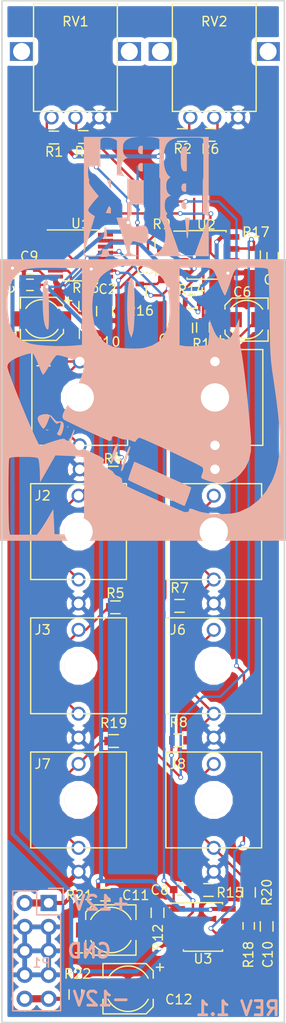
<source format=kicad_pcb>
(kicad_pcb (version 4) (host pcbnew 4.0.5+dfsg1-4)
  (title_block (title "DBL BLK VCA") (rev 1.0) (company "MODULAR DYNAMIX"))
  (layers (0 F.Cu signal) (31 B.Cu signal) (34 B.Paste user) (35 F.Paste user) (36 B.SilkS user hide) (37 F.SilkS user) (38 B.Mask user) (39 F.Mask user) (44 Edge.Cuts user))
  (net 0 "")
  (net 1 "Net-(C1-Pad1)")
  (net 2 "Net-(C1-Pad2)")
  (net 3 "Net-(C2-Pad1)")
  (net 4 GND)
  (net 5 VCC)
  (net 6 "Net-(C5-Pad1)")
  (net 7 "Net-(C5-Pad2)")
  (net 8 "Net-(C6-Pad1)")
  (net 9 "Net-(C6-Pad2)")
  (net 10 "Net-(C7-Pad2)")
  (net 11 VEE)
  (net 12 "Net-(C10-Pad1)")
  (net 13 "Net-(C10-Pad2)")
  (net 14 "Net-(C12-Pad2)")
  (net 15 "Net-(R1-Pad2)")
  (net 16 "Net-(R2-Pad1)")
  (net 17 "Net-(R3-Pad1)")
  (net 18 "Net-(R3-Pad2)")
  (net 19 "Net-(R12-Pad2)")
  (net 20 "Net-(R6-Pad2)")
  (net 21 "Net-(C3-Pad2)")
  (net 22 "Net-(R10-Pad1)")
  (net 23 "Net-(R11-Pad1)")
  (net 24 "Net-(C8-Pad2)")
  (net 25 "Net-(C8-Pad1)")
  (net 26 "Net-(C3-Pad1)")
  (net 27 "Net-(U1-Pad3)")
  (net 28 "Net-(U1-Pad14)")
  (net 29 "Net-(J2-Pad2)")
  (net 30 "Net-(J3-Pad2)")
  (net 31 "Net-(J5-Pad2)")
  (net 32 "Net-(J6-Pad2)")
  (net 33 "Net-(J7-Pad2)")
  (net 34 "Net-(J8-Pad2)")
  (net 35 "Net-(C11-Pad1)")
  (module Capacitors_SMD:C_0805 (layer F.Cu) (at 143.8656 80.772 270)
    (fp_text reference C2 (at -2.3368 -0.3048 360) (layer F.SilkS))
    (fp_text value 100pf)
    (pad 1 smd rect (at -1 0 270) (size 1 1.25) (layers F.Cu F.Paste F.Mask) (net 3 "Net-(C2-Pad1)"))
    (pad 2 smd rect (at 1 0 270) (size 1 1.25) (layers F.Cu F.Paste F.Mask) (net 4 GND))
  )
  (module Capacitors_SMD:C_0603 (layer F.Cu) (at 135.9408 77.978)
    (fp_text reference C4 (at -2.16 0.02 90) (layer F.SilkS))
    (fp_text value C_Small hide)
    (pad 1 smd rect (at -0.75 0) (size 0.8 0.75) (layers F.Cu F.Paste F.Mask) (net 4 GND))
    (pad 2 smd rect (at 0.75 0) (size 0.8 0.75) (layers F.Cu F.Paste F.Mask) (net 5 VCC))
  )
  (module Capacitors_SMD:C_0805 (layer F.Cu) (at 152.3492 82.55 90)
    (fp_text reference C7 (at -1.1938 -1.8034 180) (layer F.SilkS))
    (fp_text value 100pf)
    (pad 1 smd rect (at -1 0 90) (size 1 1.25) (layers F.Cu F.Paste F.Mask) (net 4 GND))
    (pad 2 smd rect (at 1 0 90) (size 1 1.25) (layers F.Cu F.Paste F.Mask) (net 10 "Net-(C7-Pad2)"))
  )
  (module Capacitors_SMD:C_0603 (layer F.Cu) (at 135.9154 76.2254 180)
    (fp_text reference C9 (at 0.0508 1.27 360) (layer F.SilkS))
    (fp_text value C_Small hide)
    (pad 1 smd rect (at -0.75 0 180) (size 0.8 0.75) (layers F.Cu F.Paste F.Mask) (net 4 GND))
    (pad 2 smd rect (at 0.75 0 180) (size 0.8 0.75) (layers F.Cu F.Paste F.Mask) (net 11 VEE))
  )
  (module Capacitors_SMD:c_elec_5x5.8 (layer F.Cu) (at 144.526 146.3802)
    (fp_text reference C11 (at 2.6416 -3.683) (layer F.SilkS))
    (fp_text value 22uf)
    (fp_text user + (at -3.3782 2.3495) (layer F.SilkS))
    (pad 1 smd rect (at -2.2 0 180) (size 3 1.6) (layers F.Cu F.Paste F.Mask) (net 35 "Net-(C11-Pad1)"))
    (pad 2 smd rect (at 2.2 0 180) (size 3 1.6) (layers F.Cu F.Paste F.Mask) (net 4 GND))
  )
  (module Capacitors_SMD:c_elec_5x5.8 (layer F.Cu) (at 146.3548 152.6032 180)
    (fp_text reference C12 (at -5.3848 -1.143 180) (layer F.SilkS))
    (fp_text value 22uf)
    (fp_text user + (at -3.3782 2.3495 180) (layer F.SilkS))
    (pad 1 smd rect (at -2.2 0) (size 3 1.6) (layers F.Cu F.Paste F.Mask) (net 4 GND))
    (pad 2 smd rect (at 2.2 0) (size 3 1.6) (layers F.Cu F.Paste F.Mask) (net 14 "Net-(C12-Pad2)"))
  )
  (module Resistors_SMD:R_0603 (layer F.Cu) (at 138.4808 62.357 180)
    (fp_text reference R1 (at -0.0254 -1.524 180) (layer F.SilkS))
    (fp_text value R)
    (pad 1 smd rect (at -0.75 0 180) (size 0.5 0.9) (layers F.Cu F.Paste F.Mask) (net 11 VEE))
    (pad 2 smd rect (at 0.75 0 180) (size 0.5 0.9) (layers F.Cu F.Paste F.Mask) (net 15 "Net-(R1-Pad2)"))
  )
  (module Resistors_SMD:R_0603 (layer F.Cu) (at 152.0952 62.103 180)
    (fp_text reference R2 (at -0.0508 -1.4478 180) (layer F.SilkS))
    (fp_text value R)
    (pad 1 smd rect (at -0.75 0 180) (size 0.5 0.9) (layers F.Cu F.Paste F.Mask) (net 16 "Net-(R2-Pad1)"))
    (pad 2 smd rect (at 0.75 0 180) (size 0.5 0.9) (layers F.Cu F.Paste F.Mask) (net 11 VEE))
  )
  (module Resistors_SMD:R_0603 (layer F.Cu) (at 141.605 62.3062 180)
    (fp_text reference R3 (at -0.0508 -1.5494 360) (layer F.SilkS))
    (fp_text value 47K)
    (pad 1 smd rect (at -0.75 0 180) (size 0.5 0.9) (layers F.Cu F.Paste F.Mask) (net 17 "Net-(R3-Pad1)"))
    (pad 2 smd rect (at 0.75 0 180) (size 0.5 0.9) (layers F.Cu F.Paste F.Mask) (net 18 "Net-(R3-Pad2)"))
  )
  (module Resistors_SMD:R_0603 (layer F.Cu) (at 144.78 97.8916 180)
    (fp_text reference R4 (at 0.0508 1.4732 180) (layer F.SilkS))
    (fp_text value 47K)
    (pad 1 smd rect (at -0.75 0 180) (size 0.5 0.9) (layers F.Cu F.Paste F.Mask) (net 17 "Net-(R3-Pad1)"))
    (pad 2 smd rect (at 0.75 0 180) (size 0.5 0.9) (layers F.Cu F.Paste F.Mask) (net 29 "Net-(J2-Pad2)"))
  )
  (module Resistors_SMD:R_0603 (layer F.Cu) (at 145.0086 112.1664 180)
    (fp_text reference R5 (at 0 1.4986 180) (layer F.SilkS))
    (fp_text value 47K)
    (pad 1 smd rect (at -0.75 0 180) (size 0.5 0.9) (layers F.Cu F.Paste F.Mask) (net 17 "Net-(R3-Pad1)"))
    (pad 2 smd rect (at 0.75 0 180) (size 0.5 0.9) (layers F.Cu F.Paste F.Mask) (net 30 "Net-(J3-Pad2)"))
  )
  (module Resistors_SMD:R_0603 (layer F.Cu) (at 155.0924 62.0776)
    (fp_text reference R6 (at -0.0254 1.4986) (layer F.SilkS))
    (fp_text value R)
    (pad 1 smd rect (at -0.75 0) (size 0.5 0.9) (layers F.Cu F.Paste F.Mask) (net 19 "Net-(R12-Pad2)"))
    (pad 2 smd rect (at 0.75 0) (size 0.5 0.9) (layers F.Cu F.Paste F.Mask) (net 20 "Net-(R6-Pad2)"))
  )
  (module Resistors_SMD:R_0603 (layer F.Cu) (at 151.8158 112.014)
    (fp_text reference R7 (at 0 -1.9) (layer F.SilkS))
    (fp_text value R)
    (pad 1 smd rect (at -0.75 0) (size 0.5 0.9) (layers F.Cu F.Paste F.Mask) (net 19 "Net-(R12-Pad2)"))
    (pad 2 smd rect (at 0.75 0) (size 0.5 0.9) (layers F.Cu F.Paste F.Mask) (net 31 "Net-(J5-Pad2)"))
  )
  (module Resistors_SMD:R_0603 (layer F.Cu) (at 151.7142 126.2634)
    (fp_text reference R8 (at 0 -1.9) (layer F.SilkS))
    (fp_text value R)
    (pad 1 smd rect (at -0.75 0) (size 0.5 0.9) (layers F.Cu F.Paste F.Mask) (net 19 "Net-(R12-Pad2)"))
    (pad 2 smd rect (at 0.75 0) (size 0.5 0.9) (layers F.Cu F.Paste F.Mask) (net 32 "Net-(J6-Pad2)"))
  )
  (module Resistors_SMD:R_0603 (layer F.Cu) (at 149.8854 73.5584 270)
    (fp_text reference R9 (at -2.0066 -0.0254 360) (layer F.SilkS))
    (fp_text value 6K8)
    (pad 1 smd rect (at -0.75 0 270) (size 0.5 0.9) (layers F.Cu F.Paste F.Mask) (net 21 "Net-(C3-Pad2)"))
    (pad 2 smd rect (at 0.75 0 270) (size 0.5 0.9) (layers F.Cu F.Paste F.Mask) (net 17 "Net-(R3-Pad1)"))
  )
  (module Resistors_SMD:R_0603 (layer F.Cu) (at 141.859 83.1596 270)
    (fp_text reference R10 (at 0.8636 -2.2352 360) (layer F.SilkS))
    (fp_text value 20K)
    (pad 1 smd rect (at -0.75 0 270) (size 0.5 0.9) (layers F.Cu F.Paste F.Mask) (net 22 "Net-(R10-Pad1)"))
    (pad 2 smd rect (at 0.75 0 270) (size 0.5 0.9) (layers F.Cu F.Paste F.Mask) (net 1 "Net-(C1-Pad1)"))
  )
  (module Resistors_SMD:R_0603 (layer F.Cu) (at 154.305 82.4992 270)
    (fp_text reference R11 (at 1.7272 -0.3048 360) (layer F.SilkS))
    (fp_text value 20K)
    (pad 1 smd rect (at -0.75 0 270) (size 0.5 0.9) (layers F.Cu F.Paste F.Mask) (net 23 "Net-(R11-Pad1)"))
    (pad 2 smd rect (at 0.75 0 270) (size 0.5 0.9) (layers F.Cu F.Paste F.Mask) (net 8 "Net-(C6-Pad1)"))
  )
  (module Resistors_SMD:R_0603 (layer F.Cu) (at 149.479 144.5514 270)
    (fp_text reference R12 (at 2.6162 -0.0508 270) (layer F.SilkS))
    (fp_text value R)
    (pad 1 smd rect (at -0.75 0 270) (size 0.5 0.9) (layers F.Cu F.Paste F.Mask) (net 24 "Net-(C8-Pad2)"))
    (pad 2 smd rect (at 0.75 0 270) (size 0.5 0.9) (layers F.Cu F.Paste F.Mask) (net 19 "Net-(R12-Pad2)"))
  )
  (module Resistors_SMD:R_0603 (layer F.Cu) (at 141.8082 80.2386 90)
    (fp_text reference R13 (at 1.9304 0.0508 180) (layer F.SilkS))
    (fp_text value 6K8)
    (pad 1 smd rect (at -0.75 0 90) (size 0.5 0.9) (layers F.Cu F.Paste F.Mask) (net 22 "Net-(R10-Pad1)"))
    (pad 2 smd rect (at 0.75 0 90) (size 0.5 0.9) (layers F.Cu F.Paste F.Mask) (net 3 "Net-(C2-Pad1)"))
  )
  (module Resistors_SMD:R_0603 (layer F.Cu) (at 153.162 79.7814)
    (fp_text reference R14 (at -0.1016 -1.2954) (layer F.SilkS))
    (fp_text value 6K8)
    (pad 1 smd rect (at -0.75 0) (size 0.5 0.9) (layers F.Cu F.Paste F.Mask) (net 10 "Net-(C7-Pad2)"))
    (pad 2 smd rect (at 0.75 0) (size 0.5 0.9) (layers F.Cu F.Paste F.Mask) (net 23 "Net-(R11-Pad1)"))
  )
  (module Resistors_SMD:R_0603 (layer F.Cu) (at 154.8892 142.1384 180)
    (fp_text reference R15 (at -2.286 -0.2794 180) (layer F.SilkS))
    (fp_text value R)
    (pad 1 smd rect (at -0.75 0 180) (size 0.5 0.9) (layers F.Cu F.Paste F.Mask) (net 4 GND))
    (pad 2 smd rect (at 0.75 0 180) (size 0.5 0.9) (layers F.Cu F.Paste F.Mask) (net 25 "Net-(C8-Pad1)"))
  )
  (module Resistors_SMD:R_0603 (layer F.Cu) (at 147.5994 78.6384 270)
    (fp_text reference R16 (at 2.0828 -0.0508 360) (layer F.SilkS))
    (fp_text value 100R)
    (pad 1 smd rect (at -0.75 0 270) (size 0.5 0.9) (layers F.Cu F.Paste F.Mask) (net 26 "Net-(C3-Pad1)"))
    (pad 2 smd rect (at 0.75 0 270) (size 0.5 0.9) (layers F.Cu F.Paste F.Mask) (net 4 GND))
  )
  (module Resistors_SMD:R_0603 (layer F.Cu) (at 159.7152 74.8792 270)
    (fp_text reference R17 (at -2.4892 -0.2032 360) (layer F.SilkS))
    (fp_text value 20K)
    (pad 1 smd rect (at -0.75 0 270) (size 0.5 0.9) (layers F.Cu F.Paste F.Mask) (net 6 "Net-(C5-Pad1)"))
    (pad 2 smd rect (at 0.75 0 270) (size 0.5 0.9) (layers F.Cu F.Paste F.Mask) (net 7 "Net-(C5-Pad2)"))
  )
  (module Resistors_SMD:R_0603 (layer F.Cu) (at 161.0614 145.9992 270)
    (fp_text reference R18 (at 2.9972 1.9304 270) (layer F.SilkS))
    (fp_text value 20K)
    (pad 1 smd rect (at -0.75 0 270) (size 0.5 0.9) (layers F.Cu F.Paste F.Mask) (net 12 "Net-(C10-Pad1)"))
    (pad 2 smd rect (at 0.75 0 270) (size 0.5 0.9) (layers F.Cu F.Paste F.Mask) (net 13 "Net-(C10-Pad2)"))
  )
  (module Resistors_SMD:R_0603 (layer F.Cu) (at 144.8308 126.3396)
    (fp_text reference R19 (at 0 -1.9) (layer F.SilkS))
    (fp_text value 470R)
    (pad 1 smd rect (at -0.75 0) (size 0.5 0.9) (layers F.Cu F.Paste F.Mask) (net 33 "Net-(J7-Pad2)"))
    (pad 2 smd rect (at 0.75 0) (size 0.5 0.9) (layers F.Cu F.Paste F.Mask) (net 6 "Net-(C5-Pad1)"))
  )
  (module Resistors_SMD:R_0603 (layer F.Cu) (at 159.1818 142.3924 270)
    (fp_text reference R20 (at 0 -1.9 270) (layer F.SilkS))
    (fp_text value 470R)
    (pad 1 smd rect (at -0.75 0 270) (size 0.5 0.9) (layers F.Cu F.Paste F.Mask) (net 34 "Net-(J8-Pad2)"))
    (pad 2 smd rect (at 0.75 0 270) (size 0.5 0.9) (layers F.Cu F.Paste F.Mask) (net 12 "Net-(C10-Pad1)"))
  )
  (module Resistors_SMD:R_0603 (layer F.Cu) (at 143.9418 142.621)
    (fp_text reference R21 (at -2.7686 0.0762) (layer F.SilkS))
    (fp_text value 10R)
    (pad 1 smd rect (at -0.75 0) (size 0.5 0.9) (layers F.Cu F.Paste F.Mask) (net 5 VCC))
    (pad 2 smd rect (at 0.75 0) (size 0.5 0.9) (layers F.Cu F.Paste F.Mask) (net 35 "Net-(C11-Pad1)"))
  )
  (module Resistors_SMD:R_0603 (layer F.Cu) (at 140.7668 153.2128 90)
    (fp_text reference R22 (at 2.1844 0.2286 180) (layer F.SilkS))
    (fp_text value 10R)
    (pad 1 smd rect (at -0.75 0 90) (size 0.5 0.9) (layers F.Cu F.Paste F.Mask) (net 14 "Net-(C12-Pad2)"))
    (pad 2 smd rect (at 0.75 0 90) (size 0.5 0.9) (layers F.Cu F.Paste F.Mask) (net 11 VEE))
  )
  (module Housings_SSOP:QSOP-16_3.9x4.9mm_Pitch0.635mm (layer F.Cu) (at 141.3002 74.8792)
    (fp_text reference U1 (at 0 -3.4036) (layer F.SilkS))
    (fp_text value THAT2162)
    (pad 1 smd rect (at -2.6543 -2.2225) (size 1.6 0.41) (layers F.Cu F.Paste F.Mask))
    (pad 2 smd rect (at -2.6543 -1.5875) (size 1.6 0.41) (layers F.Cu F.Paste F.Mask) (net 7 "Net-(C5-Pad2)"))
    (pad 3 smd rect (at -2.6543 -0.9525) (size 1.6 0.41) (layers F.Cu F.Paste F.Mask) (net 27 "Net-(U1-Pad3)"))
    (pad 4 smd rect (at -2.6543 -0.3175) (size 1.6 0.41) (layers F.Cu F.Paste F.Mask) (net 21 "Net-(C3-Pad2)"))
    (pad 5 smd rect (at -2.6543 0.3175) (size 1.6 0.41) (layers F.Cu F.Paste F.Mask) (net 11 VEE))
    (pad 6 smd rect (at -2.6543 0.9525) (size 1.6 0.41) (layers F.Cu F.Paste F.Mask) (net 4 GND))
    (pad 7 smd rect (at -2.6543 1.5875) (size 1.6 0.41) (layers F.Cu F.Paste F.Mask) (net 22 "Net-(R10-Pad1)"))
    (pad 8 smd rect (at -2.6543 2.2225) (size 1.6 0.41) (layers F.Cu F.Paste F.Mask) (net 4 GND))
    (pad 9 smd rect (at 2.6543 2.2225) (size 1.6 0.41) (layers F.Cu F.Paste F.Mask))
    (pad 10 smd rect (at 2.6543 1.5875) (size 1.6 0.41) (layers F.Cu F.Paste F.Mask) (net 23 "Net-(R11-Pad1)"))
    (pad 11 smd rect (at 2.6543 0.9525) (size 1.6 0.41) (layers F.Cu F.Paste F.Mask) (net 4 GND))
    (pad 12 smd rect (at 2.6543 0.3175) (size 1.6 0.41) (layers F.Cu F.Paste F.Mask) (net 5 VCC))
    (pad 13 smd rect (at 2.6543 -0.3175) (size 1.6 0.41) (layers F.Cu F.Paste F.Mask) (net 24 "Net-(C8-Pad2)"))
    (pad 14 smd rect (at 2.6543 -0.9525) (size 1.6 0.41) (layers F.Cu F.Paste F.Mask) (net 28 "Net-(U1-Pad14)"))
    (pad 15 smd rect (at 2.6543 -1.5875) (size 1.6 0.41) (layers F.Cu F.Paste F.Mask) (net 13 "Net-(C10-Pad2)"))
    (pad 16 smd rect (at 2.6543 -2.2225) (size 1.6 0.41) (layers F.Cu F.Paste F.Mask))
  )
  (module Housings_SOIC:SOIC-8_3.9x4.9mm_Pitch1.27mm (layer F.Cu) (at 154.686 74.803)
    (fp_text reference U2 (at -0.0254 -3.2004 180) (layer F.SilkS))
    (fp_text value NJM4580)
    (pad 1 smd rect (at -2.7 -1.905) (size 1.55 0.6) (layers F.Cu F.Paste F.Mask) (net 21 "Net-(C3-Pad2)"))
    (pad 2 smd rect (at -2.7 -0.635) (size 1.55 0.6) (layers F.Cu F.Paste F.Mask) (net 17 "Net-(R3-Pad1)"))
    (pad 3 smd rect (at -2.7 0.635) (size 1.55 0.6) (layers F.Cu F.Paste F.Mask) (net 4 GND))
    (pad 4 smd rect (at -2.7 1.905) (size 1.55 0.6) (layers F.Cu F.Paste F.Mask) (net 11 VEE))
    (pad 5 smd rect (at 2.7 1.905) (size 1.55 0.6) (layers F.Cu F.Paste F.Mask) (net 4 GND))
    (pad 6 smd rect (at 2.7 0.635) (size 1.55 0.6) (layers F.Cu F.Paste F.Mask) (net 7 "Net-(C5-Pad2)"))
    (pad 7 smd rect (at 2.7 -0.635) (size 1.55 0.6) (layers F.Cu F.Paste F.Mask) (net 6 "Net-(C5-Pad1)"))
    (pad 8 smd rect (at 2.7 -1.905) (size 1.55 0.6) (layers F.Cu F.Paste F.Mask) (net 5 VCC))
  )
  (module Housings_SOIC:SOIC-8_3.9x4.9mm_Pitch1.27mm (layer F.Cu) (at 154.305 146.05)
    (fp_text reference U3 (at 0 3.3782 180) (layer F.SilkS))
    (fp_text value NJM4580)
    (pad 1 smd rect (at -2.7 -1.905) (size 1.55 0.6) (layers F.Cu F.Paste F.Mask) (net 24 "Net-(C8-Pad2)"))
    (pad 2 smd rect (at -2.7 -0.635) (size 1.55 0.6) (layers F.Cu F.Paste F.Mask) (net 19 "Net-(R12-Pad2)"))
    (pad 3 smd rect (at -2.7 0.635) (size 1.55 0.6) (layers F.Cu F.Paste F.Mask) (net 4 GND))
    (pad 4 smd rect (at -2.7 1.905) (size 1.55 0.6) (layers F.Cu F.Paste F.Mask) (net 11 VEE))
    (pad 5 smd rect (at 2.7 1.905) (size 1.55 0.6) (layers F.Cu F.Paste F.Mask) (net 4 GND))
    (pad 6 smd rect (at 2.7 0.635) (size 1.55 0.6) (layers F.Cu F.Paste F.Mask) (net 13 "Net-(C10-Pad2)"))
    (pad 7 smd rect (at 2.7 -0.635) (size 1.55 0.6) (layers F.Cu F.Paste F.Mask) (net 12 "Net-(C10-Pad1)"))
    (pad 8 smd rect (at 2.7 -1.905) (size 1.55 0.6) (layers F.Cu F.Paste F.Mask) (net 5 VCC))
  )
  (module Pin_Headers:Pin_Header_Straight_2x05 (layer B.Cu) (at 137.922 143.51 180)
    (fp_text reference P1 (at 0.762 -6.35 180) (layer B.SilkS) (effects (justify mirror)))
    (fp_text value CONN_02X05 hide)
    (pad 1 thru_hole rect (at 0 0 180) (size 1.7272 1.7272) (drill 1.016) (layers *.Cu *.Mask) (net 5 VCC))
    (pad 2 thru_hole oval (at 2.54 0 180) (size 1.7272 1.7272) (drill 1.016) (layers *.Cu *.Mask) (net 5 VCC))
    (pad 3 thru_hole oval (at 0 -2.54 180) (size 1.7272 1.7272) (drill 1.016) (layers *.Cu *.Mask) (net 4 GND))
    (pad 4 thru_hole oval (at 2.54 -2.54 180) (size 1.7272 1.7272) (drill 1.016) (layers *.Cu *.Mask) (net 4 GND))
    (pad 5 thru_hole oval (at 0 -5.08 180) (size 1.7272 1.7272) (drill 1.016) (layers *.Cu *.Mask) (net 4 GND))
    (pad 6 thru_hole oval (at 2.54 -5.08 180) (size 1.7272 1.7272) (drill 1.016) (layers *.Cu *.Mask) (net 4 GND))
    (pad 7 thru_hole oval (at 0 -7.62 180) (size 1.7272 1.7272) (drill 1.016) (layers *.Cu *.Mask) (net 4 GND))
    (pad 8 thru_hole oval (at 2.54 -7.62 180) (size 1.7272 1.7272) (drill 1.016) (layers *.Cu *.Mask) (net 4 GND))
    (pad 9 thru_hole oval (at 0 -10.16 180) (size 1.7272 1.7272) (drill 1.016) (layers *.Cu *.Mask) (net 11 VEE))
    (pad 10 thru_hole oval (at 2.54 -10.16 180) (size 1.7272 1.7272) (drill 1.016) (layers *.Cu *.Mask) (net 11 VEE))
  )
  (module Capacitors_SMD:C_0603 (layer F.Cu) (at 149.9108 76.6572 90)
    (fp_text reference C3 (at 0.3302 -1.7526 180) (layer F.SilkS))
    (fp_text value 1500pf)
    (pad 1 smd rect (at -0.75 0 90) (size 0.8 0.75) (layers F.Cu F.Paste F.Mask) (net 26 "Net-(C3-Pad1)"))
    (pad 2 smd rect (at 0.75 0 90) (size 0.8 0.75) (layers F.Cu F.Paste F.Mask) (net 21 "Net-(C3-Pad2)"))
  )
  (module Capacitors_SMD:C_0603 (layer F.Cu) (at 151.9428 142.0876 180)
    (fp_text reference C8 (at 2.2352 -0.0508 180) (layer F.SilkS))
    (fp_text value 1500pf)
    (pad 1 smd rect (at -0.75 0 180) (size 0.8 0.75) (layers F.Cu F.Paste F.Mask) (net 25 "Net-(C8-Pad1)"))
    (pad 2 smd rect (at 0.75 0 180) (size 0.8 0.75) (layers F.Cu F.Paste F.Mask) (net 24 "Net-(C8-Pad2)"))
  )
  (module ModDynDBLBLKVCAPreTrimmed:Thonkicon_3.5mm_Switching_Jack_Socket (layer F.Cu) (at 141.224 89.916)
    (fp_text reference J1 (at -3.81 -3.81) (layer F.SilkS))
    (fp_text value AUDIO_INPUT_A)
    (pad "" thru_hole circle (at 0 0) (size 3 3) (drill 3) (layers *.Cu *.Mask))
    (pad 3 thru_hole circle (at 0 -3.81 270) (size 1.5 1.5) (drill 1) (layers *.Cu *.Mask) (net 2 "Net-(C1-Pad2)"))
    (pad 2 thru_hole circle (at 0 5.08 270) (size 1.5 1.5) (drill 1) (layers *.Cu *.Mask) (net 2 "Net-(C1-Pad2)"))
    (pad 1 thru_hole circle (at 0 7.62 270) (size 1.5 1.5) (drill 1) (layers *.Cu *.Mask) (net 4 GND))
  )
  (module ModDynDBLBLKVCAPreTrimmed:Thonkicon_3.5mm_Switching_Jack_Socket (layer F.Cu) (at 141.097 104.14)
    (fp_text reference J2 (at -3.81 -3.81) (layer F.SilkS))
    (fp_text value CV_INPUT_A1)
    (pad "" thru_hole circle (at 0 0) (size 3 3) (drill 3) (layers *.Cu *.Mask))
    (pad 3 thru_hole circle (at 0 -3.81 270) (size 1.5 1.5) (drill 1) (layers *.Cu *.Mask) (net 29 "Net-(J2-Pad2)"))
    (pad 2 thru_hole circle (at 0 5.08 270) (size 1.5 1.5) (drill 1) (layers *.Cu *.Mask) (net 29 "Net-(J2-Pad2)"))
    (pad 1 thru_hole circle (at 0 7.62 270) (size 1.5 1.5) (drill 1) (layers *.Cu *.Mask) (net 4 GND))
  )
  (module ModDynDBLBLKVCAPreTrimmed:Thonkicon_3.5mm_Switching_Jack_Socket (layer F.Cu) (at 141.097 118.364)
    (fp_text reference J3 (at -3.81 -3.81) (layer F.SilkS))
    (fp_text value CV_INPUT_A2)
    (pad "" thru_hole circle (at 0 0) (size 3 3) (drill 3) (layers *.Cu *.Mask))
    (pad 3 thru_hole circle (at 0 -3.81 270) (size 1.5 1.5) (drill 1) (layers *.Cu *.Mask) (net 30 "Net-(J3-Pad2)"))
    (pad 2 thru_hole circle (at 0 5.08 270) (size 1.5 1.5) (drill 1) (layers *.Cu *.Mask) (net 30 "Net-(J3-Pad2)"))
    (pad 1 thru_hole circle (at 0 7.62 270) (size 1.5 1.5) (drill 1) (layers *.Cu *.Mask) (net 4 GND))
  )
  (module ModDynDBLBLKVCAPreTrimmed:Thonkicon_3.5mm_Switching_Jack_Socket (layer F.Cu) (at 155.575 89.916)
    (fp_text reference J4 (at -3.81 -3.81) (layer F.SilkS))
    (fp_text value AUDIO_INPUT_B)
    (pad "" thru_hole circle (at 0 0) (size 3 3) (drill 3) (layers *.Cu *.Mask))
    (pad 3 thru_hole circle (at 0 -3.81 270) (size 1.5 1.5) (drill 1) (layers *.Cu *.Mask) (net 9 "Net-(C6-Pad2)"))
    (pad 2 thru_hole circle (at 0 5.08 270) (size 1.5 1.5) (drill 1) (layers *.Cu *.Mask) (net 9 "Net-(C6-Pad2)"))
    (pad 1 thru_hole circle (at 0 7.62 270) (size 1.5 1.5) (drill 1) (layers *.Cu *.Mask) (net 4 GND))
  )
  (module ModDynDBLBLKVCAPreTrimmed:Thonkicon_3.5mm_Switching_Jack_Socket (layer F.Cu) (at 155.448 104.14)
    (fp_text reference J5 (at -3.81 -3.81) (layer F.SilkS))
    (fp_text value CV_INPUT_B1)
    (pad "" thru_hole circle (at 0 0) (size 3 3) (drill 3) (layers *.Cu *.Mask))
    (pad 3 thru_hole circle (at 0 -3.81 270) (size 1.5 1.5) (drill 1) (layers *.Cu *.Mask) (net 31 "Net-(J5-Pad2)"))
    (pad 2 thru_hole circle (at 0 5.08 270) (size 1.5 1.5) (drill 1) (layers *.Cu *.Mask) (net 31 "Net-(J5-Pad2)"))
    (pad 1 thru_hole circle (at 0 7.62 270) (size 1.5 1.5) (drill 1) (layers *.Cu *.Mask) (net 4 GND))
  )
  (module ModDynDBLBLKVCAPreTrimmed:Thonkicon_3.5mm_Switching_Jack_Socket (layer F.Cu) (at 155.448 118.364)
    (fp_text reference J6 (at -3.81 -3.81) (layer F.SilkS))
    (fp_text value CV_INPUT_B2)
    (pad "" thru_hole circle (at 0 0) (size 3 3) (drill 3) (layers *.Cu *.Mask))
    (pad 3 thru_hole circle (at 0 -3.81 270) (size 1.5 1.5) (drill 1) (layers *.Cu *.Mask) (net 32 "Net-(J6-Pad2)"))
    (pad 2 thru_hole circle (at 0 5.08 270) (size 1.5 1.5) (drill 1) (layers *.Cu *.Mask) (net 32 "Net-(J6-Pad2)"))
    (pad 1 thru_hole circle (at 0 7.62 270) (size 1.5 1.5) (drill 1) (layers *.Cu *.Mask) (net 4 GND))
  )
  (module ModDynDBLBLKVCAPreTrimmed:Thonkicon_3.5mm_Switching_Jack_Socket (layer F.Cu) (at 141.097 132.588)
    (fp_text reference J7 (at -3.81 -3.81) (layer F.SilkS))
    (fp_text value AUDIO_OUTPUT_A)
    (pad "" thru_hole circle (at 0 0) (size 3 3) (drill 3) (layers *.Cu *.Mask))
    (pad 3 thru_hole circle (at 0 -3.81 270) (size 1.5 1.5) (drill 1) (layers *.Cu *.Mask) (net 33 "Net-(J7-Pad2)"))
    (pad 2 thru_hole circle (at 0 5.08 270) (size 1.5 1.5) (drill 1) (layers *.Cu *.Mask) (net 33 "Net-(J7-Pad2)"))
    (pad 1 thru_hole circle (at 0 7.62 270) (size 1.5 1.5) (drill 1) (layers *.Cu *.Mask) (net 4 GND))
  )
  (module ModDynDBLBLKVCAPreTrimmed:Thonkicon_3.5mm_Switching_Jack_Socket (layer F.Cu) (at 155.448 132.588)
    (fp_text reference J8 (at -3.81 -3.81) (layer F.SilkS))
    (fp_text value AUDIO_OUTPUT_B)
    (pad "" thru_hole circle (at 0 0) (size 3 3) (drill 3) (layers *.Cu *.Mask))
    (pad 3 thru_hole circle (at 0 -3.81 270) (size 1.5 1.5) (drill 1) (layers *.Cu *.Mask) (net 34 "Net-(J8-Pad2)"))
    (pad 2 thru_hole circle (at 0 5.08 270) (size 1.5 1.5) (drill 1) (layers *.Cu *.Mask) (net 34 "Net-(J8-Pad2)"))
    (pad 1 thru_hole circle (at 0 7.62 270) (size 1.5 1.5) (drill 1) (layers *.Cu *.Mask) (net 4 GND))
  )
  (module ModDynDBLBLKVCAPreTrimmed:Verticle_Pot_New (layer F.Cu) (at 140.7668 60.2234)
    (fp_text reference RV1 (at 0 -10.16) (layer F.SilkS))
    (fp_text value POT)
    (pad 3 thru_hole circle (at 2.54 0) (size 1.524 1.524) (drill 1) (layers *.Cu *.Mask) (net 4 GND))
    (pad 2 thru_hole circle (at 0 0) (size 1.524 1.524) (drill 1) (layers *.Cu *.Mask) (net 18 "Net-(R3-Pad2)"))
    (pad 1 thru_hole circle (at -2.54 0) (size 1.524 1.524) (drill 1) (layers *.Cu *.Mask) (net 15 "Net-(R1-Pad2)"))
    (pad 4 thru_hole rect (at 5.715 -6.985 270) (size 2 2.5) (drill 1.8) (layers *.Cu *.Mask))
    (pad 5 thru_hole rect (at -5.715 -6.985 270) (size 2 2.5) (drill 1.8) (layers *.Cu *.Mask))
  )
  (module ModDynDBLBLKVCAPreTrimmed:Verticle_Pot_New (layer F.Cu) (at 155.4988 60.2234)
    (fp_text reference RV2 (at 0 -10.16) (layer F.SilkS))
    (fp_text value POT)
    (pad 3 thru_hole circle (at 2.54 0) (size 1.524 1.524) (drill 1) (layers *.Cu *.Mask) (net 4 GND))
    (pad 2 thru_hole circle (at 0 0) (size 1.524 1.524) (drill 1) (layers *.Cu *.Mask) (net 20 "Net-(R6-Pad2)"))
    (pad 1 thru_hole circle (at -2.54 0) (size 1.524 1.524) (drill 1) (layers *.Cu *.Mask) (net 16 "Net-(R2-Pad1)"))
    (pad 4 thru_hole rect (at 5.715 -6.985 270) (size 2 2.5) (drill 1.8) (layers *.Cu *.Mask))
    (pad 5 thru_hole rect (at -5.715 -6.985 270) (size 2 2.5) (drill 1.8) (layers *.Cu *.Mask))
  )
  (module Capacitors_SMD:C_0603 (layer F.Cu) (at 161.6964 74.9046 270)
    (fp_text reference C5 (at 2.54 0 360) (layer F.SilkS))
    (fp_text value 22pf)
    (pad 1 smd rect (at -0.75 0 270) (size 0.8 0.75) (layers F.Cu F.Paste F.Mask) (net 6 "Net-(C5-Pad1)"))
    (pad 2 smd rect (at 0.75 0 270) (size 0.8 0.75) (layers F.Cu F.Paste F.Mask) (net 7 "Net-(C5-Pad2)"))
  )
  (module Capacitors_SMD:C_0603 (layer F.Cu) (at 159.1564 145.9484 270)
    (fp_text reference C10 (at 3.0226 -2.032 270) (layer F.SilkS))
    (fp_text value 22pf)
    (pad 1 smd rect (at -0.75 0 270) (size 0.8 0.75) (layers F.Cu F.Paste F.Mask) (net 12 "Net-(C10-Pad1)"))
    (pad 2 smd rect (at 0.75 0 270) (size 0.8 0.75) (layers F.Cu F.Paste F.Mask) (net 13 "Net-(C10-Pad2)"))
  )
  (module Capacitors_SMD:c_elec_4x5.8 (layer F.Cu) (at 137.2108 81.5848 180)
    (fp_text reference C1 (at 3.2512 -1.8288 180) (layer F.SilkS))
    (fp_text value 10u)
    (fp_text user + (at -2.7813 2.0066 180) (layer F.SilkS))
    (pad 1 smd rect (at -1.8 0) (size 2.6 1.6) (layers F.Cu F.Paste F.Mask) (net 1 "Net-(C1-Pad1)"))
    (pad 2 smd rect (at 1.8 0) (size 2.6 1.6) (layers F.Cu F.Paste F.Mask) (net 2 "Net-(C1-Pad2)"))
  )
  (module Capacitors_SMD:c_elec_4x5.8 (layer F.Cu) (at 158.9278 81.661)
    (fp_text reference C6 (at -0.4572 -2.921) (layer F.SilkS))
    (fp_text value 10uf)
    (fp_text user + (at -2.7813 2.0066) (layer F.SilkS))
    (pad 1 smd rect (at -1.8 0 180) (size 2.6 1.6) (layers F.Cu F.Paste F.Mask) (net 8 "Net-(C6-Pad1)"))
    (pad 2 smd rect (at 1.8 0 180) (size 2.6 1.6) (layers F.Cu F.Paste F.Mask) (net 9 "Net-(C6-Pad2)"))
  )
  (module ModDynDBLBLKVCAPreTrimmed:DBLBLKLogo1500 (layer B.Cu) (at 148.2852 68.6054 180)
    (fp_text reference G*** hide)
    (fp_text value LOGO hide)
  )
  (module ModDynDBLBLKVCATrimmed:MDLogo (layer B.Cu) (at 148.0058 90.1192 180)
    (fp_text reference G*** hide)
    (fp_text value LOGO hide)
  )
  (gr_line (start 162.8394 156.1846) (end 162.941 156.1846) (angle 90) (layer Edge.Cuts) (width 0.15))
  (gr_line (start 162.941 47.879) (end 162.941 156.1846) (angle 90) (layer Edge.Cuts) (width 0.15))
  (gr_line (start 132.969 47.8536) (end 133.0198 47.8536) (angle 90) (layer Edge.Cuts) (width 0.15))
  (gr_line (start 132.969 156.1846) (end 132.969 47.8536) (angle 90) (layer Edge.Cuts) (width 0.15))
  (gr_text "REV 1.1" (at 157.988 154.686) (layer B.SilkS) (effects (font (size 1.5 1.5) (thickness 0.3)) (justify mirror)))
  (gr_text "ModDyn Dual DBLBLK VCA" (at 148.0312 44.2468) (layer B.SilkS) (effects (font (size 1.5 1.5) (thickness 0.3)) (justify mirror)))
  (gr_text -12V (at 143.51 153.67) (layer B.SilkS) (effects (font (size 1.5 1.5) (thickness 0.3)) (justify mirror)))
  (gr_text GND (at 142.24 148.59) (layer B.SilkS) (effects (font (size 1.5 1.5) (thickness 0.3)) (justify mirror)))
  (gr_text +12V (at 143.51 143.51) (layer B.SilkS) (effects (font (size 1.5 1.5) (thickness 0.3)) (justify mirror)))
  (gr_line (start 132.97 156.18) (end 162.92 156.18) (angle 90) (layer Edge.Cuts) (width 0.15))
  (gr_line (start 162.84 47.857) (end 132.97 47.857) (angle 90) (layer Edge.Cuts) (width 0.15))
  (segment (start 139.0108 81.5848) (end 139.5342 81.5848) (width 0.254) (layer F.Cu) (net 1))
  (segment (start 139.5342 81.5848) (end 141.859 83.9096) (width 0.254) (layer F.Cu) (net 1))
  (segment (start 141.224 86.106) (end 138.2014 89.1286) (width 0.254) (layer F.Cu) (net 2))
  (segment (start 138.2014 91.9734) (end 141.224 94.996) (width 0.254) (layer F.Cu) (net 2))
  (segment (start 138.2014 89.1286) (end 138.2014 91.9734) (width 0.254) (layer F.Cu) (net 2))
  (segment (start 135.4108 81.5848) (end 135.4108 82.7566) (width 0.254) (layer F.Cu) (net 2))
  (segment (start 138.7602 86.106) (end 141.224 86.106) (width 0.254) (layer F.Cu) (net 2))
  (segment (start 135.4108 82.7566) (end 138.7602 86.106) (width 0.254) (layer F.Cu) (net 2))
  (segment (start 135.2924 80.7974) (end 135.2924 66.2954) (width 0.432) (layer F.Cu) (net 2))
  (segment (start 141.8082 79.4886) (end 143.5822 79.4886) (width 0.254) (layer F.Cu) (net 3))
  (segment (start 143.5822 79.4886) (end 143.8656 79.772) (width 0.254) (layer F.Cu) (net 3))
  (segment (start 142.4432 76.3016) (end 141.478 76.3016) (width 0.254) (layer B.Cu) (net 4))
  (segment (start 142.9131 75.8317) (end 142.4432 76.3016) (width 0.254) (layer F.Cu) (net 4))
  (via (at 142.4432 76.3016) (size 0.508) (drill 0.3302) (layers F.Cu B.Cu) (net 4))
  (segment (start 143.9545 75.8317) (end 142.9131 75.8317) (width 0.254) (layer F.Cu) (net 4))
  (segment (start 138.6459 77.4827) (end 138.6459 77.1017) (width 0.254) (layer F.Cu) (net 4))
  (segment (start 139.4714 78.3082) (end 138.6459 77.4827) (width 0.254) (layer F.Cu) (net 4))
  (via (at 139.4714 78.3082) (size 0.508) (drill 0.3302) (layers F.Cu B.Cu) (net 4))
  (segment (start 141.478 76.3016) (end 139.4714 78.3082) (width 0.254) (layer B.Cu) (net 4))
  (segment (start 151.986 75.438) (end 152.9588 75.438) (width 0.254) (layer F.Cu) (net 4))
  (via (at 153.3906 75.0062) (size 0.508) (drill 0.3302) (layers F.Cu B.Cu) (net 4))
  (segment (start 152.9588 75.438) (end 153.3906 75.0062) (width 0.254) (layer F.Cu) (net 4))
  (segment (start 138.6459 75.8317) (end 137.0591 75.8317) (width 0.254) (layer F.Cu) (net 4))
  (segment (start 137.0591 75.8317) (end 136.6654 76.2254) (width 0.254) (layer F.Cu) (net 4))
  (via (at 156.9466 76.7334) (size 0.508) (drill 0.3302) (layers F.Cu B.Cu) (net 4))
  (segment (start 156.9466 76.7334) (end 156.972 76.708) (width 0.254) (layer F.Cu) (net 4))
  (segment (start 156.972 76.708) (end 157.386 76.708) (width 0.254) (layer F.Cu) (net 4))
  (segment (start 137.5918 77.1017) (end 136.0671 77.1017) (width 0.254) (layer F.Cu) (net 4))
  (segment (start 136.0671 77.1017) (end 135.1908 77.978) (width 0.254) (layer F.Cu) (net 4))
  (segment (start 138.6459 77.1017) (end 137.5918 77.1017) (width 0.254) (layer F.Cu) (net 4))
  (segment (start 137.5918 77.1017) (end 137.5417 77.1017) (width 0.254) (layer F.Cu) (net 4))
  (segment (start 137.5417 77.1017) (end 136.6654 76.2254) (width 0.254) (layer F.Cu) (net 4))
  (segment (start 137.922 148.59) (end 137.922 146.05) (width 0.432) (layer F.Cu) (net 4))
  (segment (start 135.382 148.59) (end 135.382 146.05) (width 0.432) (layer F.Cu) (net 4))
  (segment (start 137.922 151.13) (end 137.922 148.59) (width 0.432) (layer F.Cu) (net 4))
  (segment (start 135.382 151.13) (end 135.382 148.59) (width 0.432) (layer F.Cu) (net 4))
  (segment (start 135.382 151.13) (end 137.922 151.13) (width 0.432) (layer F.Cu) (net 4))
  (segment (start 135.382 148.59) (end 137.922 148.59) (width 0.432) (layer F.Cu) (net 4))
  (segment (start 135.382 146.05) (end 137.922 146.05) (width 0.432) (layer F.Cu) (net 4))
  (segment (start 143.1798 141.1986) (end 148.9202 141.1986) (width 0.432) (layer B.Cu) (net 5))
  (segment (start 155.1686 144.145) (end 157.005 144.145) (width 0.432) (layer F.Cu) (net 5))
  (segment (start 155.0924 144.2212) (end 155.1686 144.145) (width 0.432) (layer F.Cu) (net 5))
  (via (at 155.0924 144.2212) (size 0.508) (drill 0.3302) (layers F.Cu B.Cu) (net 5))
  (segment (start 151.9428 144.2212) (end 155.0924 144.2212) (width 0.432) (layer B.Cu) (net 5))
  (segment (start 148.9202 141.1986) (end 151.9428 144.2212) (width 0.432) (layer B.Cu) (net 5))
  (segment (start 142.0114 75.184) (end 142.9004 75.184) (width 0.432) (layer B.Cu) (net 5))
  (segment (start 156.2862 72.898) (end 157.386 72.898) (width 0.432) (layer F.Cu) (net 5))
  (segment (start 155.7528 73.4314) (end 156.2862 72.898) (width 0.432) (layer F.Cu) (net 5))
  (via (at 155.7528 73.4314) (size 0.508) (drill 0.3302) (layers F.Cu B.Cu) (net 5))
  (segment (start 155.7528 76.581) (end 155.7528 73.4314) (width 0.432) (layer B.Cu) (net 5))
  (segment (start 153.924 78.4098) (end 155.7528 76.581) (width 0.432) (layer B.Cu) (net 5))
  (segment (start 152.3746 78.4098) (end 153.924 78.4098) (width 0.432) (layer B.Cu) (net 5))
  (segment (start 147.4724 73.5076) (end 152.3746 78.4098) (width 0.432) (layer B.Cu) (net 5))
  (segment (start 144.5768 73.5076) (end 147.4724 73.5076) (width 0.432) (layer B.Cu) (net 5))
  (segment (start 142.9004 75.184) (end 144.5768 73.5076) (width 0.432) (layer B.Cu) (net 5))
  (segment (start 143.1918 142.621) (end 143.1918 141.2106) (width 0.432) (layer F.Cu) (net 5))
  (segment (start 143.4846 83.9216) (end 137.7442 78.1812) (width 0.432) (layer B.Cu) (net 5))
  (segment (start 143.4846 140.8938) (end 143.4846 83.9216) (width 0.432) (layer B.Cu) (net 5))
  (segment (start 143.1798 141.1986) (end 143.4846 140.8938) (width 0.432) (layer B.Cu) (net 5))
  (via (at 143.1798 141.1986) (size 0.508) (drill 0.3302) (layers F.Cu B.Cu) (net 5))
  (segment (start 143.1918 141.2106) (end 143.1798 141.1986) (width 0.432) (layer F.Cu) (net 5))
  (segment (start 140.7534 142.367) (end 142.9378 142.367) (width 0.432) (layer F.Cu) (net 5))
  (segment (start 139.6104 143.51) (end 140.7534 142.367) (width 0.432) (layer F.Cu) (net 5))
  (segment (start 137.922 143.51) (end 139.6104 143.51) (width 0.432) (layer F.Cu) (net 5))
  (segment (start 142.9378 142.367) (end 143.1918 142.621) (width 0.432) (layer F.Cu) (net 5))
  (segment (start 143.9545 75.1967) (end 142.0241 75.1967) (width 0.254) (layer F.Cu) (net 5))
  (segment (start 142.0241 75.1967) (end 142.0114 75.184) (width 0.254) (layer F.Cu) (net 5))
  (via (at 142.0114 75.184) (size 0.508) (drill 0.3302) (layers F.Cu B.Cu) (net 5))
  (segment (start 142.0114 75.184) (end 139.0142 78.1812) (width 0.254) (layer B.Cu) (net 5))
  (segment (start 139.0142 78.1812) (end 137.7442 78.1812) (width 0.254) (layer B.Cu) (net 5))
  (segment (start 137.541 77.978) (end 136.6908 77.978) (width 0.254) (layer F.Cu) (net 5))
  (via (at 137.7442 78.1812) (size 0.508) (drill 0.3302) (layers F.Cu B.Cu) (net 5))
  (segment (start 137.7442 78.1812) (end 137.541 77.978) (width 0.254) (layer F.Cu) (net 5))
  (segment (start 135.382 143.51) (end 137.922 143.51) (width 0.762) (layer F.Cu) (net 5))
  (segment (start 159.7152 74.1292) (end 159.7152 73.4314) (width 0.254) (layer F.Cu) (net 6))
  (segment (start 148.082 126.3396) (end 145.5808 126.3396) (width 0.254) (layer F.Cu) (net 6))
  (segment (start 151.9428 130.2004) (end 148.082 126.3396) (width 0.254) (layer F.Cu) (net 6))
  (via (at 151.9428 130.2004) (size 0.508) (drill 0.3302) (layers F.Cu B.Cu) (net 6))
  (segment (start 151.9428 124.0028) (end 151.9428 130.2004) (width 0.254) (layer B.Cu) (net 6))
  (segment (start 154.305 121.6406) (end 151.9428 124.0028) (width 0.254) (layer B.Cu) (net 6))
  (segment (start 156.1592 121.6406) (end 154.305 121.6406) (width 0.254) (layer B.Cu) (net 6))
  (segment (start 159.1564 118.6434) (end 156.1592 121.6406) (width 0.254) (layer B.Cu) (net 6))
  (segment (start 159.1564 73.4314) (end 159.1564 118.6434) (width 0.254) (layer B.Cu) (net 6))
  (segment (start 159.4358 73.152) (end 159.1564 73.4314) (width 0.254) (layer B.Cu) (net 6))
  (via (at 159.4358 73.152) (size 0.508) (drill 0.3302) (layers F.Cu B.Cu) (net 6))
  (segment (start 159.7152 73.4314) (end 159.4358 73.152) (width 0.254) (layer F.Cu) (net 6))
  (segment (start 159.7152 74.1292) (end 157.4248 74.1292) (width 0.254) (layer F.Cu) (net 6))
  (segment (start 157.4248 74.1292) (end 157.386 74.168) (width 0.254) (layer F.Cu) (net 6))
  (segment (start 161.6964 74.1546) (end 159.7406 74.1546) (width 0.254) (layer F.Cu) (net 6))
  (segment (start 159.7406 74.1546) (end 159.7152 74.1292) (width 0.254) (layer F.Cu) (net 6))
  (segment (start 138.6459 73.2917) (end 140.7795 73.2917) (width 0.254) (layer F.Cu) (net 7))
  (segment (start 155.956 75.438) (end 157.386 75.438) (width 0.254) (layer F.Cu) (net 7))
  (segment (start 155.0924 74.5744) (end 155.956 75.438) (width 0.254) (layer F.Cu) (net 7))
  (segment (start 155.0924 70.485) (end 155.0924 74.5744) (width 0.254) (layer F.Cu) (net 7))
  (segment (start 155.1432 70.4342) (end 155.0924 70.485) (width 0.254) (layer F.Cu) (net 7))
  (via (at 155.1432 70.4342) (size 0.508) (drill 0.3302) (layers F.Cu B.Cu) (net 7))
  (segment (start 151.9174 70.4342) (end 155.1432 70.4342) (width 0.254) (layer B.Cu) (net 7))
  (segment (start 151.892 70.4088) (end 151.9174 70.4342) (width 0.254) (layer B.Cu) (net 7))
  (via (at 151.892 70.4088) (size 0.508) (drill 0.3302) (layers F.Cu B.Cu) (net 7))
  (segment (start 143.6624 70.4088) (end 151.892 70.4088) (width 0.254) (layer F.Cu) (net 7))
  (segment (start 140.7795 73.2917) (end 143.6624 70.4088) (width 0.254) (layer F.Cu) (net 7))
  (segment (start 159.7152 75.6292) (end 157.5772 75.6292) (width 0.254) (layer F.Cu) (net 7))
  (segment (start 157.5772 75.6292) (end 157.386 75.438) (width 0.254) (layer F.Cu) (net 7))
  (segment (start 161.6964 75.6546) (end 159.7406 75.6546) (width 0.254) (layer F.Cu) (net 7))
  (segment (start 159.7406 75.6546) (end 159.7152 75.6292) (width 0.254) (layer F.Cu) (net 7))
  (segment (start 154.305 83.2492) (end 155.5396 83.2492) (width 0.254) (layer F.Cu) (net 8))
  (segment (start 155.5396 83.2492) (end 157.1278 81.661) (width 0.254) (layer F.Cu) (net 8))
  (segment (start 155.575 86.106) (end 155.575 86.3092) (width 0.254) (layer F.Cu) (net 9))
  (segment (start 155.575 86.3092) (end 153.1112 88.773) (width 0.254) (layer F.Cu) (net 9))
  (segment (start 153.1112 92.5322) (end 155.575 94.996) (width 0.254) (layer F.Cu) (net 9))
  (segment (start 153.1112 88.773) (end 153.1112 92.5322) (width 0.254) (layer F.Cu) (net 9))
  (segment (start 160.7278 81.661) (end 160.02 81.661) (width 0.254) (layer F.Cu) (net 9))
  (segment (start 160.02 81.661) (end 155.575 86.106) (width 0.254) (layer F.Cu) (net 9))
  (segment (start 152.412 79.7814) (end 152.412 81.4872) (width 0.254) (layer F.Cu) (net 10))
  (segment (start 152.412 81.4872) (end 152.3492 81.55) (width 0.254) (layer F.Cu) (net 10))
  (segment (start 139.2308 62.357) (end 139.2308 62.9038) (width 0.432) (layer F.Cu) (net 11))
  (segment (start 140.7414 150.7744) (end 147.2438 150.7744) (width 0.432) (layer B.Cu) (net 11))
  (segment (start 150.0632 147.955) (end 151.605 147.955) (width 0.432) (layer F.Cu) (net 11))
  (segment (start 149.6568 148.3614) (end 150.0632 147.955) (width 0.432) (layer F.Cu) (net 11))
  (via (at 149.6568 148.3614) (size 0.508) (drill 0.3302) (layers F.Cu B.Cu) (net 11))
  (segment (start 147.2438 150.7744) (end 149.6568 148.3614) (width 0.432) (layer B.Cu) (net 11))
  (segment (start 134.0866 76.2) (end 139.5984 76.2) (width 0.432) (layer B.Cu) (net 11))
  (segment (start 152.908 76.708) (end 151.986 76.708) (width 0.432) (layer F.Cu) (net 11))
  (segment (start 153.3652 76.2508) (end 152.908 76.708) (width 0.432) (layer F.Cu) (net 11))
  (via (at 153.3652 76.2508) (size 0.508) (drill 0.3302) (layers F.Cu B.Cu) (net 11))
  (segment (start 146.7866 72.3392) (end 153.3652 76.2508) (width 0.432) (layer B.Cu) (net 11))
  (segment (start 144.145 72.3392) (end 146.7866 72.3392) (width 0.432) (layer B.Cu) (net 11))
  (segment (start 139.5984 76.2) (end 144.145 72.3392) (width 0.432) (layer B.Cu) (net 11))
  (segment (start 151.3452 62.5736) (end 151.3452 62.103) (width 0.432) (layer F.Cu) (net 11))
  (segment (start 149.5552 64.3636) (end 151.3452 62.5736) (width 0.432) (layer F.Cu) (net 11))
  (via (at 149.5552 64.3636) (size 0.508) (drill 0.3302) (layers F.Cu B.Cu) (net 11))
  (segment (start 140.6906 64.3636) (end 149.5552 64.3636) (width 0.432) (layer B.Cu) (net 11))
  (via (at 140.6906 64.3636) (size 0.508) (drill 0.3302) (layers F.Cu B.Cu) (net 11))
  (segment (start 139.2308 62.9038) (end 140.6906 64.3636) (width 0.432) (layer F.Cu) (net 11))
  (segment (start 139.2308 62.357) (end 139.2936 62.357) (width 0.432) (layer F.Cu) (net 11))
  (segment (start 135.2924 66.2954) (end 139.2308 62.357) (width 0.432) (layer F.Cu) (net 11))
  (segment (start 140.7668 152.4628) (end 140.7668 150.7998) (width 0.432) (layer F.Cu) (net 11))
  (segment (start 134.112 76.2254) (end 135.1654 76.2254) (width 0.432) (layer F.Cu) (net 11))
  (segment (start 134.0866 76.2) (end 134.112 76.2254) (width 0.432) (layer F.Cu) (net 11))
  (via (at 134.0866 76.2) (size 0.508) (drill 0.3302) (layers F.Cu B.Cu) (net 11))
  (segment (start 134.0866 136.1694) (end 134.0866 76.2) (width 0.432) (layer B.Cu) (net 11))
  (segment (start 140.3096 142.3924) (end 134.0866 136.1694) (width 0.432) (layer B.Cu) (net 11))
  (segment (start 140.3096 150.3426) (end 140.3096 142.3924) (width 0.432) (layer B.Cu) (net 11))
  (segment (start 140.7414 150.7744) (end 140.3096 150.3426) (width 0.432) (layer B.Cu) (net 11))
  (via (at 140.7414 150.7744) (size 0.508) (drill 0.3302) (layers F.Cu B.Cu) (net 11))
  (segment (start 140.7668 150.7998) (end 140.7414 150.7744) (width 0.432) (layer F.Cu) (net 11))
  (segment (start 138.6459 75.1967) (end 136.1941 75.1967) (width 0.254) (layer F.Cu) (net 11))
  (segment (start 136.1941 75.1967) (end 135.1654 76.2254) (width 0.254) (layer F.Cu) (net 11))
  (segment (start 137.922 153.67) (end 139.5596 153.67) (width 0.432) (layer F.Cu) (net 11))
  (segment (start 139.5596 153.67) (end 140.7668 152.4628) (width 0.432) (layer F.Cu) (net 11))
  (segment (start 135.382 153.67) (end 137.922 153.67) (width 0.762) (layer F.Cu) (net 11))
  (segment (start 137.922 153.67) (end 137.9728 153.67) (width 0.762) (layer F.Cu) (net 11))
  (segment (start 159.1564 145.1984) (end 159.1564 143.1678) (width 0.254) (layer F.Cu) (net 12))
  (segment (start 159.1564 143.1678) (end 159.1818 143.1424) (width 0.254) (layer F.Cu) (net 12))
  (segment (start 159.1564 145.1984) (end 157.2216 145.1984) (width 0.254) (layer F.Cu) (net 12))
  (segment (start 157.2216 145.1984) (end 157.005 145.415) (width 0.254) (layer F.Cu) (net 12))
  (segment (start 161.0614 145.2492) (end 159.2072 145.2492) (width 0.254) (layer F.Cu) (net 12))
  (segment (start 159.2072 145.2492) (end 159.1564 145.1984) (width 0.254) (layer F.Cu) (net 12))
  (segment (start 143.9545 73.2917) (end 146.0881 73.2917) (width 0.254) (layer F.Cu) (net 13))
  (segment (start 155.6258 146.685) (end 157.005 146.685) (width 0.254) (layer F.Cu) (net 13))
  (segment (start 155.1432 146.2024) (end 155.6258 146.685) (width 0.254) (layer F.Cu) (net 13))
  (via (at 155.1432 146.2024) (size 0.508) (drill 0.3302) (layers F.Cu B.Cu) (net 13))
  (segment (start 157.6324 143.7132) (end 155.1432 146.2024) (width 0.254) (layer B.Cu) (net 13))
  (segment (start 157.6324 138.0744) (end 157.6324 143.7132) (width 0.254) (layer B.Cu) (net 13))
  (segment (start 158.5214 137.1854) (end 157.6324 138.0744) (width 0.254) (layer B.Cu) (net 13))
  (via (at 158.5214 137.1854) (size 0.508) (drill 0.3302) (layers F.Cu B.Cu) (net 13))
  (segment (start 158.6484 137.0584) (end 158.5214 137.1854) (width 0.254) (layer F.Cu) (net 13))
  (segment (start 158.6484 119.1514) (end 158.6484 137.0584) (width 0.254) (layer F.Cu) (net 13))
  (segment (start 157.861 118.364) (end 158.6484 119.1514) (width 0.254) (layer F.Cu) (net 13))
  (via (at 157.861 118.364) (size 0.508) (drill 0.3302) (layers F.Cu B.Cu) (net 13))
  (segment (start 157.861 71.0438) (end 157.861 118.364) (width 0.254) (layer B.Cu) (net 13))
  (segment (start 155.956 69.1388) (end 157.861 71.0438) (width 0.254) (layer B.Cu) (net 13))
  (segment (start 152.4762 69.1388) (end 155.956 69.1388) (width 0.254) (layer B.Cu) (net 13))
  (via (at 152.4762 69.1388) (size 0.508) (drill 0.3302) (layers F.Cu B.Cu) (net 13))
  (segment (start 146.4564 69.1388) (end 152.4762 69.1388) (width 0.254) (layer F.Cu) (net 13))
  (segment (start 146.3802 69.0626) (end 146.4564 69.1388) (width 0.254) (layer F.Cu) (net 13))
  (via (at 146.3802 69.0626) (size 0.508) (drill 0.3302) (layers F.Cu B.Cu) (net 13))
  (segment (start 146.3802 71.3486) (end 146.3802 69.0626) (width 0.254) (layer B.Cu) (net 13))
  (segment (start 146.3548 71.374) (end 146.3802 71.3486) (width 0.254) (layer B.Cu) (net 13))
  (via (at 146.3548 71.374) (size 0.508) (drill 0.3302) (layers F.Cu B.Cu) (net 13))
  (segment (start 146.3548 73.025) (end 146.3548 71.374) (width 0.254) (layer F.Cu) (net 13))
  (segment (start 146.0881 73.2917) (end 146.3548 73.025) (width 0.254) (layer F.Cu) (net 13))
  (segment (start 159.1564 146.6984) (end 161.0106 146.6984) (width 0.254) (layer F.Cu) (net 13))
  (segment (start 161.0106 146.6984) (end 161.0614 146.7492) (width 0.254) (layer F.Cu) (net 13))
  (segment (start 157.005 146.685) (end 159.143 146.685) (width 0.254) (layer F.Cu) (net 13))
  (segment (start 159.143 146.685) (end 159.1564 146.6984) (width 0.254) (layer F.Cu) (net 13))
  (segment (start 140.7668 153.9628) (end 142.7952 153.9628) (width 0.254) (layer F.Cu) (net 14))
  (segment (start 142.7952 153.9628) (end 144.1548 152.6032) (width 0.254) (layer F.Cu) (net 14))
  (segment (start 137.7308 62.357) (end 137.7308 60.5162) (width 0.254) (layer F.Cu) (net 15))
  (segment (start 137.7308 60.5162) (end 138.303 59.944) (width 0.254) (layer F.Cu) (net 15))
  (segment (start 152.8452 62.103) (end 152.8452 60.1338) (width 0.254) (layer F.Cu) (net 16))
  (segment (start 152.8452 60.1338) (end 153.035 59.944) (width 0.254) (layer F.Cu) (net 16))
  (segment (start 145.3388 77.4954) (end 145.3642 77.4954) (width 0.254) (layer F.Cu) (net 17))
  (segment (start 142.355 64.8596) (end 142.355 62.3062) (width 0.254) (layer F.Cu) (net 17))
  (segment (start 142.9766 65.4812) (end 142.355 64.8596) (width 0.254) (layer F.Cu) (net 17))
  (via (at 142.9766 65.4812) (size 0.508) (drill 0.3302) (layers F.Cu B.Cu) (net 17))
  (segment (start 147.4978 70.0024) (end 142.9766 65.4812) (width 0.254) (layer B.Cu) (net 17))
  (segment (start 147.3708 71.3486) (end 147.3708 65.4304) (width 0.254) (layer B.Cu) (net 17))
  (segment (start 147.3454 71.374) (end 147.3708 71.3486) (width 0.254) (layer B.Cu) (net 17))
  (via (at 147.3454 71.374) (size 0.508) (drill 0.3302) (layers F.Cu B.Cu) (net 17))
  (segment (start 147.3454 75.5142) (end 147.3454 71.374) (width 0.254) (layer F.Cu) (net 17))
  (segment (start 145.3642 77.4954) (end 147.3454 75.5142) (width 0.254) (layer F.Cu) (net 17))
  (segment (start 145.53 97.8916) (end 145.53 96.3796) (width 0.254) (layer F.Cu) (net 17))
  (segment (start 145.3388 77.4954) (end 145.3642 77.47) (width 0.254) (layer F.Cu) (net 17))
  (via (at 145.3388 77.4954) (size 0.508) (drill 0.3302) (layers F.Cu B.Cu) (net 17))
  (segment (start 145.3388 95.9612) (end 145.3388 77.4954) (width 0.254) (layer B.Cu) (net 17))
  (segment (start 145.6436 96.266) (end 145.3388 95.9612) (width 0.254) (layer B.Cu) (net 17))
  (via (at 145.6436 96.266) (size 0.508) (drill 0.3302) (layers F.Cu B.Cu) (net 17))
  (segment (start 145.53 96.3796) (end 145.6436 96.266) (width 0.254) (layer F.Cu) (net 17))
  (segment (start 145.7586 112.1664) (end 145.7586 98.1202) (width 0.254) (layer F.Cu) (net 17))
  (segment (start 145.7586 98.1202) (end 145.53 97.8916) (width 0.254) (layer F.Cu) (net 17))
  (segment (start 151.986 74.168) (end 153.0096 74.168) (width 0.254) (layer F.Cu) (net 17))
  (segment (start 153.0096 74.168) (end 153.3652 73.8124) (width 0.254) (layer F.Cu) (net 17))
  (segment (start 153.3652 73.8124) (end 153.3652 68.8714) (width 0.254) (layer F.Cu) (net 17))
  (segment (start 153.4922 73.4434) (end 142.355 62.3062) (width 0.254) (layer F.Cu) (net 17))
  (segment (start 149.8854 74.3084) (end 151.8456 74.3084) (width 0.254) (layer F.Cu) (net 17))
  (segment (start 151.8456 74.3084) (end 151.986 74.168) (width 0.254) (layer F.Cu) (net 17))
  (segment (start 140.855 62.3062) (end 140.855 59.956) (width 0.254) (layer F.Cu) (net 18))
  (segment (start 140.855 59.956) (end 140.843 59.944) (width 0.254) (layer F.Cu) (net 18))
  (segment (start 151.605 145.415) (end 152.2984 145.415) (width 0.254) (layer F.Cu) (net 19))
  (segment (start 152.2984 145.415) (end 153.2382 144.4752) (width 0.254) (layer F.Cu) (net 19))
  (segment (start 150.9642 127.8516) (end 150.9642 126.2634) (width 0.254) (layer F.Cu) (net 19))
  (segment (start 150.9522 127.8636) (end 150.9642 127.8516) (width 0.254) (layer F.Cu) (net 19))
  (via (at 150.9522 127.8636) (size 0.508) (drill 0.3302) (layers F.Cu B.Cu) (net 19))
  (segment (start 150.9522 140.97) (end 150.9522 127.8636) (width 0.254) (layer B.Cu) (net 19))
  (segment (start 153.2382 143.256) (end 150.9522 140.97) (width 0.254) (layer B.Cu) (net 19))
  (via (at 153.2382 143.256) (size 0.508) (drill 0.3302) (layers F.Cu B.Cu) (net 19))
  (segment (start 153.2382 144.4752) (end 153.2382 143.256) (width 0.254) (layer F.Cu) (net 19))
  (segment (start 154.3424 62.0776) (end 154.3424 81.141) (width 0.254) (layer F.Cu) (net 19))
  (segment (start 151.0658 79.7186) (end 151.0658 112.014) (width 0.254) (layer F.Cu) (net 19))
  (segment (start 154.2154 76.569) (end 151.0658 79.7186) (width 0.254) (layer F.Cu) (net 19))
  (segment (start 150.9642 126.2634) (end 150.9642 112.1156) (width 0.254) (layer F.Cu) (net 19))
  (segment (start 150.9642 112.1156) (end 151.0658 112.014) (width 0.254) (layer F.Cu) (net 19))
  (segment (start 149.479 145.3014) (end 151.4914 145.3014) (width 0.254) (layer F.Cu) (net 19))
  (segment (start 151.4914 145.3014) (end 151.605 145.415) (width 0.254) (layer F.Cu) (net 19))
  (segment (start 155.8424 62.0776) (end 155.8424 60.2114) (width 0.254) (layer F.Cu) (net 20))
  (segment (start 155.8424 60.2114) (end 155.575 59.944) (width 0.254) (layer F.Cu) (net 20))
  (segment (start 143.4846 78.2828) (end 145.5166 78.2828) (width 0.254) (layer F.Cu) (net 21))
  (segment (start 139.7635 74.5617) (end 143.4846 78.2828) (width 0.254) (layer F.Cu) (net 21))
  (segment (start 138.6459 74.5617) (end 139.7635 74.5617) (width 0.254) (layer F.Cu) (net 21))
  (segment (start 147.8922 75.9072) (end 149.9108 75.9072) (width 0.254) (layer F.Cu) (net 21))
  (segment (start 145.5166 78.2828) (end 147.8922 75.9072) (width 0.254) (layer F.Cu) (net 21))
  (segment (start 149.9108 75.9072) (end 149.9108 75.7936) (width 0.254) (layer F.Cu) (net 21))
  (segment (start 149.9108 75.7936) (end 148.463 74.3458) (width 0.254) (layer F.Cu) (net 21))
  (segment (start 148.463 74.3458) (end 148.463 73.406) (width 0.254) (layer F.Cu) (net 21))
  (segment (start 148.463 73.406) (end 149.0606 72.8084) (width 0.254) (layer F.Cu) (net 21))
  (segment (start 149.0606 72.8084) (end 149.8854 72.8084) (width 0.254) (layer F.Cu) (net 21))
  (segment (start 149.8854 72.8084) (end 151.8964 72.8084) (width 0.254) (layer F.Cu) (net 21))
  (segment (start 151.8964 72.8084) (end 151.986 72.898) (width 0.254) (layer F.Cu) (net 21))
  (segment (start 141.8082 80.9886) (end 141.2374 80.9886) (width 0.254) (layer F.Cu) (net 22))
  (segment (start 139.9413 76.4667) (end 138.6459 76.4667) (width 0.254) (layer F.Cu) (net 22))
  (segment (start 140.2842 76.8096) (end 139.9413 76.4667) (width 0.254) (layer F.Cu) (net 22))
  (segment (start 140.2842 80.0354) (end 140.2842 76.8096) (width 0.254) (layer F.Cu) (net 22))
  (segment (start 141.2374 80.9886) (end 140.2842 80.0354) (width 0.254) (layer F.Cu) (net 22))
  (segment (start 141.859 82.4096) (end 141.859 81.0394) (width 0.254) (layer F.Cu) (net 22))
  (segment (start 141.859 81.0394) (end 141.8082 80.9886) (width 0.254) (layer F.Cu) (net 22))
  (segment (start 153.912 79.7814) (end 153.912 80.7078) (width 0.254) (layer F.Cu) (net 23))
  (segment (start 144.9959 76.4667) (end 143.9545 76.4667) (width 0.254) (layer F.Cu) (net 23))
  (segment (start 145.2372 76.708) (end 144.9959 76.4667) (width 0.254) (layer F.Cu) (net 23))
  (via (at 145.2372 76.708) (size 0.508) (drill 0.3302) (layers F.Cu B.Cu) (net 23))
  (segment (start 146.3802 76.708) (end 145.2372 76.708) (width 0.254) (layer B.Cu) (net 23))
  (segment (start 148.7678 79.0956) (end 146.3802 76.708) (width 0.254) (layer B.Cu) (net 23))
  (via (at 148.7678 79.0956) (size 0.508) (drill 0.3302) (layers F.Cu B.Cu) (net 23))
  (segment (start 149.9108 79.0956) (end 148.7678 79.0956) (width 0.254) (layer F.Cu) (net 23))
  (segment (start 150.622 78.3844) (end 149.9108 79.0956) (width 0.254) (layer F.Cu) (net 23))
  (via (at 150.622 78.3844) (size 0.508) (drill 0.3302) (layers F.Cu B.Cu) (net 23))
  (segment (start 151.3078 78.3844) (end 150.622 78.3844) (width 0.254) (layer B.Cu) (net 23))
  (segment (start 153.7716 80.8482) (end 151.3078 78.3844) (width 0.254) (layer B.Cu) (net 23))
  (via (at 153.7716 80.8482) (size 0.508) (drill 0.3302) (layers F.Cu B.Cu) (net 23))
  (segment (start 153.912 80.7078) (end 153.7716 80.8482) (width 0.254) (layer F.Cu) (net 23))
  (segment (start 154.305 81.7492) (end 154.305 80.1744) (width 0.254) (layer F.Cu) (net 23))
  (segment (start 154.305 80.1744) (end 153.912 79.7814) (width 0.254) (layer F.Cu) (net 23))
  (segment (start 143.9545 74.5617) (end 145.2499 74.5617) (width 0.254) (layer F.Cu) (net 24))
  (segment (start 150.1648 141.1478) (end 151.1046 142.0876) (width 0.254) (layer F.Cu) (net 24))
  (via (at 150.1648 141.1478) (size 0.508) (drill 0.3302) (layers F.Cu B.Cu) (net 24))
  (segment (start 150.1648 79.1972) (end 150.1648 141.1478) (width 0.254) (layer B.Cu) (net 24))
  (segment (start 145.3896 74.422) (end 150.1648 79.1972) (width 0.254) (layer B.Cu) (net 24))
  (via (at 145.3896 74.422) (size 0.508) (drill 0.3302) (layers F.Cu B.Cu) (net 24))
  (segment (start 145.2499 74.5617) (end 145.3896 74.422) (width 0.254) (layer F.Cu) (net 24))
  (segment (start 151.1046 142.0876) (end 151.1928 142.0876) (width 0.254) (layer F.Cu) (net 24))
  (segment (start 149.479 143.8014) (end 151.2614 143.8014) (width 0.254) (layer F.Cu) (net 24))
  (segment (start 151.2614 143.8014) (end 151.605 144.145) (width 0.254) (layer F.Cu) (net 24))
  (segment (start 151.1928 142.0876) (end 151.1928 143.7328) (width 0.254) (layer F.Cu) (net 24))
  (segment (start 151.1928 143.7328) (end 151.605 144.145) (width 0.254) (layer F.Cu) (net 24))
  (segment (start 154.1392 142.1384) (end 152.7436 142.1384) (width 0.254) (layer F.Cu) (net 25))
  (segment (start 152.7436 142.1384) (end 152.6928 142.0876) (width 0.254) (layer F.Cu) (net 25))
  (segment (start 147.5994 77.8884) (end 149.4296 77.8884) (width 0.254) (layer F.Cu) (net 26))
  (segment (start 149.4296 77.8884) (end 149.9108 77.4072) (width 0.254) (layer F.Cu) (net 26))
  (segment (start 144.03 97.8916) (end 143.5354 97.8916) (width 0.254) (layer F.Cu) (net 29))
  (segment (start 143.5354 97.8916) (end 141.097 100.33) (width 0.254) (layer F.Cu) (net 29))
  (segment (start 141.097 100.33) (end 140.97 100.33) (width 0.254) (layer F.Cu) (net 29))
  (segment (start 140.97 100.33) (end 138.4808 102.8192) (width 0.254) (layer F.Cu) (net 29))
  (segment (start 138.4808 102.8192) (end 138.4808 106.6038) (width 0.254) (layer F.Cu) (net 29))
  (segment (start 138.4808 106.6038) (end 141.097 109.22) (width 0.254) (layer F.Cu) (net 29))
  (segment (start 141.097 114.554) (end 141.097 114.7318) (width 0.254) (layer F.Cu) (net 30))
  (segment (start 141.097 114.7318) (end 138.557 117.2718) (width 0.254) (layer F.Cu) (net 30))
  (segment (start 138.557 120.904) (end 141.097 123.444) (width 0.254) (layer F.Cu) (net 30))
  (segment (start 138.557 117.2718) (end 138.557 120.904) (width 0.254) (layer F.Cu) (net 30))
  (segment (start 141.097 114.554) (end 141.871 114.554) (width 0.254) (layer F.Cu) (net 30))
  (segment (start 141.871 114.554) (end 144.2586 112.1664) (width 0.254) (layer F.Cu) (net 30))
  (segment (start 155.448 100.33) (end 155.448 100.6602) (width 0.254) (layer F.Cu) (net 31))
  (segment (start 155.448 100.6602) (end 152.8826 103.2256) (width 0.254) (layer F.Cu) (net 31))
  (segment (start 152.8826 103.2256) (end 152.8826 106.6546) (width 0.254) (layer F.Cu) (net 31))
  (segment (start 152.8826 106.6546) (end 155.448 109.22) (width 0.254) (layer F.Cu) (net 31))
  (segment (start 152.5658 112.014) (end 152.654 112.014) (width 0.254) (layer F.Cu) (net 31))
  (segment (start 152.654 112.014) (end 155.448 109.22) (width 0.254) (layer F.Cu) (net 31))
  (segment (start 155.448 114.554) (end 155.448 114.7318) (width 0.254) (layer F.Cu) (net 32))
  (segment (start 155.448 114.7318) (end 153.162 117.0178) (width 0.254) (layer F.Cu) (net 32))
  (segment (start 153.162 117.0178) (end 153.162 121.158) (width 0.254) (layer F.Cu) (net 32))
  (segment (start 153.162 121.158) (end 155.448 123.444) (width 0.254) (layer F.Cu) (net 32))
  (segment (start 152.4642 126.2634) (end 152.6286 126.2634) (width 0.254) (layer F.Cu) (net 32))
  (segment (start 152.6286 126.2634) (end 155.448 123.444) (width 0.254) (layer F.Cu) (net 32))
  (segment (start 141.097 128.778) (end 141.0208 128.778) (width 0.254) (layer F.Cu) (net 33))
  (segment (start 141.0208 128.778) (end 138.5316 131.2672) (width 0.254) (layer F.Cu) (net 33))
  (segment (start 138.5316 135.1026) (end 141.097 137.668) (width 0.254) (layer F.Cu) (net 33))
  (segment (start 138.5316 131.2672) (end 138.5316 135.1026) (width 0.254) (layer F.Cu) (net 33))
  (segment (start 144.0808 126.3396) (end 143.5354 126.3396) (width 0.254) (layer F.Cu) (net 33))
  (segment (start 143.5354 126.3396) (end 141.097 128.778) (width 0.254) (layer F.Cu) (net 33))
  (segment (start 155.448 128.778) (end 155.448 128.8034) (width 0.254) (layer F.Cu) (net 34))
  (segment (start 155.448 128.8034) (end 153.0604 131.191) (width 0.254) (layer F.Cu) (net 34))
  (segment (start 153.0604 131.191) (end 153.0604 135.2804) (width 0.254) (layer F.Cu) (net 34))
  (segment (start 153.0604 135.2804) (end 155.448 137.668) (width 0.254) (layer F.Cu) (net 34))
  (segment (start 159.1818 141.6424) (end 159.1818 141.4018) (width 0.254) (layer F.Cu) (net 34))
  (segment (start 159.1818 141.4018) (end 155.448 137.668) (width 0.254) (layer F.Cu) (net 34))
  (segment (start 144.6918 142.621) (end 144.6918 144.0144) (width 0.254) (layer F.Cu) (net 35))
  (segment (start 144.6918 144.0144) (end 142.326 146.3802) (width 0.254) (layer F.Cu) (net 35))
  (segment (start 142.2534 146.3076) (end 142.326 146.3802) (width 0.254) (layer F.Cu) (net 35))
  (zone (net 4) (net_name GND) (layer F.Cu) (connect_pads (clearance 0.508)) (min_thickness 0.254) (fill yes (arc_segments 16) (thermal_gap 0.508) (thermal_bridge_width 0.508))
    (polygon (pts (xy 162.7632 156.0068) (xy 133.1468 156.0068) (xy 133.3246 48.2092) (xy 162.7124 48.133)))
  )
  (zone (net 4) (net_name GND) (layer B.Cu) (connect_pads (clearance 0.508)) (min_thickness 0.254) (fill yes (arc_segments 16) (thermal_gap 0.508) (thermal_bridge_width 0.508))
    (polygon (pts (xy 162.7632 156.0068) (xy 133.1468 156.0068) (xy 133.3246 48.2092) (xy 162.7124 48.133)))
  )
)
</source>
